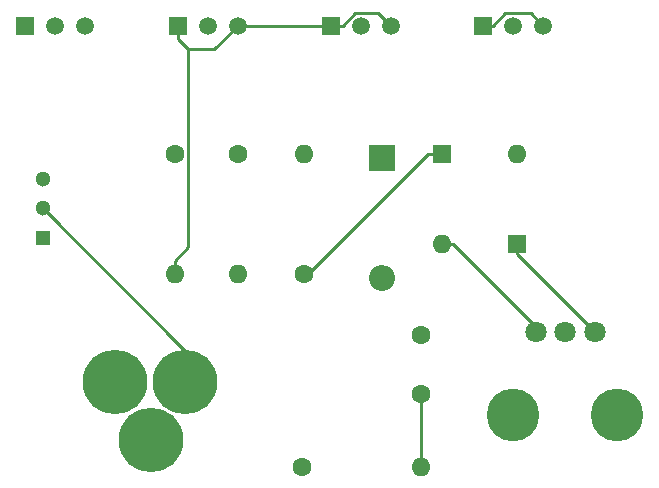
<source format=gbr>
%TF.GenerationSoftware,KiCad,Pcbnew,7.0.10*%
%TF.CreationDate,2024-03-14T19:30:55-04:00*%
%TF.ProjectId,Fan Speed Controller,46616e20-5370-4656-9564-20436f6e7472,rev?*%
%TF.SameCoordinates,Original*%
%TF.FileFunction,Copper,L2,Bot*%
%TF.FilePolarity,Positive*%
%FSLAX46Y46*%
G04 Gerber Fmt 4.6, Leading zero omitted, Abs format (unit mm)*
G04 Created by KiCad (PCBNEW 7.0.10) date 2024-03-14 19:30:55*
%MOMM*%
%LPD*%
G01*
G04 APERTURE LIST*
%TA.AperFunction,ComponentPad*%
%ADD10C,1.600000*%
%TD*%
%TA.AperFunction,ComponentPad*%
%ADD11O,1.600000X1.600000*%
%TD*%
%TA.AperFunction,ComponentPad*%
%ADD12C,1.800000*%
%TD*%
%TA.AperFunction,ComponentPad*%
%ADD13C,4.460000*%
%TD*%
%TA.AperFunction,ComponentPad*%
%ADD14C,5.460000*%
%TD*%
%TA.AperFunction,ComponentPad*%
%ADD15C,1.300000*%
%TD*%
%TA.AperFunction,ComponentPad*%
%ADD16R,1.300000X1.300000*%
%TD*%
%TA.AperFunction,ComponentPad*%
%ADD17R,1.600000X1.600000*%
%TD*%
%TA.AperFunction,ComponentPad*%
%ADD18R,1.500000X1.500000*%
%TD*%
%TA.AperFunction,ComponentPad*%
%ADD19C,1.500000*%
%TD*%
%TA.AperFunction,ComponentPad*%
%ADD20O,2.200000X2.200000*%
%TD*%
%TA.AperFunction,ComponentPad*%
%ADD21R,2.200000X2.200000*%
%TD*%
%TA.AperFunction,Conductor*%
%ADD22C,0.250000*%
%TD*%
G04 APERTURE END LIST*
D10*
%TO.P,R3,1*%
%TO.N,Net-(D2-A)*%
X65532000Y-54564000D03*
D11*
%TO.P,R3,2*%
%TO.N,+12V*%
X65532000Y-44404000D03*
%TD*%
D10*
%TO.P,R2,1*%
%TO.N,Net-(IC1-OUTPUT)*%
X54610000Y-44404000D03*
D11*
%TO.P,R2,2*%
%TO.N,GND*%
X54610000Y-54564000D03*
%TD*%
D10*
%TO.P,R1,1*%
%TO.N,Net-(IC1-OUTPUT)*%
X59944000Y-44404000D03*
D11*
%TO.P,R1,2*%
%TO.N,Net-(Q1-G)*%
X59944000Y-54564000D03*
%TD*%
D10*
%TO.P,C1,1*%
%TO.N,Net-(IC1-CONTROL_VOLTAGE)*%
X65438000Y-70866000D03*
D11*
%TO.P,C1,2*%
%TO.N,GND*%
X75438000Y-70866000D03*
%TD*%
D10*
%TO.P,C2,1*%
%TO.N,Net-(C2-Pad1)*%
X75438000Y-59730000D03*
%TO.P,C2,2*%
%TO.N,GND*%
X75438000Y-64730000D03*
%TD*%
D12*
%TO.P,R4,1,1*%
%TO.N,Net-(D2-K)*%
X90170000Y-59436000D03*
%TO.P,R4,2,2*%
%TO.N,Net-(C2-Pad1)*%
X87670000Y-59436000D03*
%TO.P,R4,3,3*%
%TO.N,Net-(D3-A)*%
X85170000Y-59436000D03*
D13*
%TO.P,R4,4*%
%TO.N,N/C*%
X92070000Y-66436000D03*
%TO.P,R4,5*%
X83270000Y-66436000D03*
%TD*%
D14*
%TO.P,J5,A,A*%
%TO.N,Net-(S1-COM)*%
X55530000Y-63685000D03*
%TO.P,J5,B,B*%
%TO.N,unconnected-(J5-PadB)*%
X52580000Y-68585000D03*
%TO.P,J5,C,C*%
%TO.N,GND*%
X49530000Y-63685000D03*
%TD*%
D15*
%TO.P,S1,3,NO*%
%TO.N,+12V*%
X43434000Y-46482000D03*
%TO.P,S1,2,COM*%
%TO.N,Net-(S1-COM)*%
X43434000Y-48982000D03*
D16*
%TO.P,S1,1,NC*%
%TO.N,unconnected-(S1-NC-Pad1)*%
X43434000Y-51482000D03*
%TD*%
D11*
%TO.P,D2,2,A*%
%TO.N,Net-(D2-A)*%
X83566000Y-44404000D03*
D17*
%TO.P,D2,1,K*%
%TO.N,Net-(D2-K)*%
X83566000Y-52024000D03*
%TD*%
D18*
%TO.P,J2,1,1*%
%TO.N,GND*%
X54862300Y-33528000D03*
D19*
%TO.P,J2,2,2*%
%TO.N,+12V*%
X57402300Y-33528000D03*
%TO.P,J2,3,3*%
%TO.N,GND*%
X59942300Y-33528000D03*
%TD*%
%TO.P,J4,3,3*%
%TO.N,GND*%
X85847000Y-33528000D03*
%TO.P,J4,2,2*%
%TO.N,+12V*%
X83307000Y-33528000D03*
D18*
%TO.P,J4,1,1*%
%TO.N,GND*%
X80767000Y-33528000D03*
%TD*%
%TO.P,J1,1,1*%
%TO.N,GND*%
X41910000Y-33528000D03*
D19*
%TO.P,J1,2,2*%
%TO.N,+12V*%
X44450000Y-33528000D03*
%TO.P,J1,3,3*%
%TO.N,GND*%
X46990000Y-33528000D03*
%TD*%
D11*
%TO.P,D3,2,A*%
%TO.N,Net-(D3-A)*%
X77216000Y-52024000D03*
D17*
%TO.P,D3,1,K*%
%TO.N,Net-(D2-A)*%
X77216000Y-44404000D03*
%TD*%
D18*
%TO.P,J3,1,1*%
%TO.N,GND*%
X67814700Y-33528000D03*
D19*
%TO.P,J3,2,2*%
%TO.N,+12V*%
X70354700Y-33528000D03*
%TO.P,J3,3,3*%
%TO.N,GND*%
X72894700Y-33528000D03*
%TD*%
D20*
%TO.P,D1,2,A*%
%TO.N,Net-(D1-A)*%
X72136000Y-54864000D03*
D21*
%TO.P,D1,1,K*%
%TO.N,+12V*%
X72136000Y-44704000D03*
%TD*%
D22*
%TO.N,GND*%
X69910900Y-32451100D02*
X68834000Y-33528000D01*
X68834000Y-33528000D02*
X67814700Y-33528000D01*
X71817800Y-32451100D02*
X69910900Y-32451100D01*
X72894700Y-33528000D02*
X71817800Y-32451100D01*
%TO.N,Net-(D3-A)*%
X85170000Y-59008000D02*
X85170000Y-59436000D01*
X77216000Y-52024000D02*
X78186000Y-52024000D01*
X78186000Y-52024000D02*
X85170000Y-59008000D01*
%TO.N,Net-(D2-K)*%
X83566000Y-52832000D02*
X90170000Y-59436000D01*
X83566000Y-52024000D02*
X83566000Y-52832000D01*
%TO.N,GND*%
X81534000Y-33528000D02*
X82610900Y-32451100D01*
X80767000Y-33528000D02*
X81534000Y-33528000D01*
X82610900Y-32451100D02*
X84770100Y-32451100D01*
X84770100Y-32451100D02*
X85847000Y-33528000D01*
%TO.N,Net-(S1-COM)*%
X55530000Y-61078000D02*
X55530000Y-63685000D01*
X43434000Y-48982000D02*
X55530000Y-61078000D01*
%TO.N,GND*%
X54862300Y-33528000D02*
X54862300Y-34604900D01*
X54610000Y-54564000D02*
X54610000Y-53437100D01*
X75438000Y-64730000D02*
X75438000Y-70866000D01*
X54862300Y-34604900D02*
X55767800Y-35510400D01*
X55767800Y-52279300D02*
X54610000Y-53437100D01*
X55767800Y-35510400D02*
X55767800Y-52279300D01*
X67814700Y-33528000D02*
X66737800Y-33528000D01*
X57959900Y-35510400D02*
X59942300Y-33528000D01*
X55767800Y-35510400D02*
X57959900Y-35510400D01*
X59942300Y-33528000D02*
X66737800Y-33528000D01*
%TO.N,Net-(D2-A)*%
X65929100Y-54564000D02*
X65532000Y-54564000D01*
X76089100Y-44404000D02*
X65929100Y-54564000D01*
X77216000Y-44404000D02*
X76089100Y-44404000D01*
%TD*%
M02*

</source>
